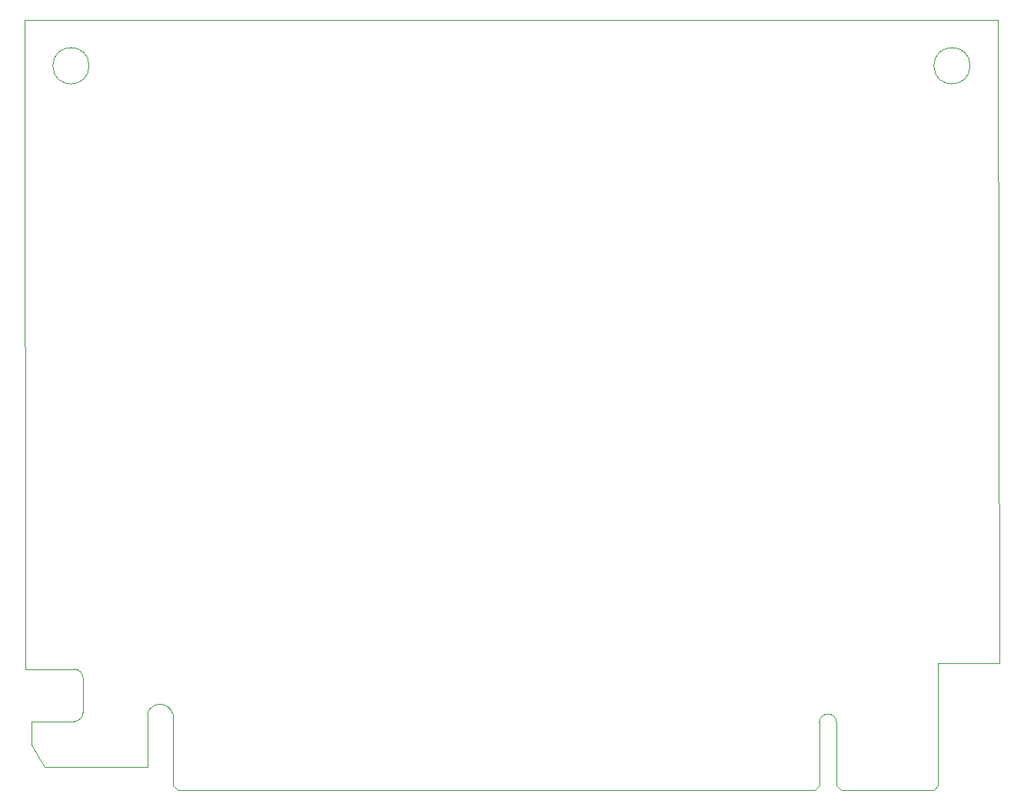
<source format=gbr>
%TF.GenerationSoftware,KiCad,Pcbnew,7.0.7*%
%TF.CreationDate,2024-02-19T11:01:40-08:00*%
%TF.ProjectId,MOSFET-board,4d4f5346-4554-42d6-926f-6172642e6b69,rev?*%
%TF.SameCoordinates,Original*%
%TF.FileFunction,Profile,NP*%
%FSLAX46Y46*%
G04 Gerber Fmt 4.6, Leading zero omitted, Abs format (unit mm)*
G04 Created by KiCad (PCBNEW 7.0.7) date 2024-02-19 11:01:40*
%MOMM*%
%LPD*%
G01*
G04 APERTURE LIST*
%TA.AperFunction,Profile*%
%ADD10C,0.100000*%
%TD*%
%TA.AperFunction,Profile*%
%ADD11C,0.120000*%
%TD*%
G04 APERTURE END LIST*
D10*
X209555000Y-134389000D02*
X216281000Y-134389000D01*
X216154000Y-63500000D02*
X216281000Y-134389000D01*
X116046000Y-68580000D02*
G75*
G03*
X116046000Y-68580000I-2000000J0D01*
G01*
X108966000Y-63500000D02*
X216154000Y-63500000D01*
X108995000Y-135059000D02*
X108966000Y-63500000D01*
X213074000Y-68580000D02*
G75*
G03*
X213074000Y-68580000I-2000000J0D01*
G01*
%TO.C,J4*%
X209565000Y-147899000D02*
X209065000Y-148399000D01*
X209555000Y-134389000D02*
X209565000Y-147899000D01*
X209065000Y-148399000D02*
X198865000Y-148399000D01*
X198365000Y-147899000D02*
X198865000Y-148399000D01*
X198365000Y-140949000D02*
X198365000Y-147899000D01*
X196465000Y-147899000D02*
X195965000Y-148399000D01*
X196465000Y-140949000D02*
X196465000Y-147899000D01*
X195965000Y-148399000D02*
X125765000Y-148399000D01*
X125265000Y-147899000D02*
X125765000Y-148399000D01*
X125265000Y-139999000D02*
X125265000Y-147899000D01*
D11*
X122455000Y-145809000D02*
X111125000Y-145809000D01*
X122455000Y-139979000D02*
X122455000Y-145809000D01*
X115375000Y-139859000D02*
X115375000Y-136039000D01*
X114424541Y-135059000D02*
X108995000Y-135059000D01*
X114395000Y-140809459D02*
X109705000Y-140829000D01*
X111125000Y-145809000D02*
X110385000Y-144529000D01*
X110385000Y-144529000D02*
X109705000Y-143349000D01*
X109705000Y-140829000D02*
X109705000Y-143349000D01*
D10*
X198365000Y-140949000D02*
G75*
G03*
X196465000Y-140949000I-950000J0D01*
G01*
D11*
X125263366Y-140008735D02*
G75*
G03*
X122455001Y-139979000I-1408366J-380265D01*
G01*
X114395000Y-140809459D02*
G75*
G03*
X115375000Y-139859000I0J980459D01*
G01*
X115375060Y-136039000D02*
G75*
G03*
X114424541Y-135059000I-980560J-100D01*
G01*
%TD*%
M02*

</source>
